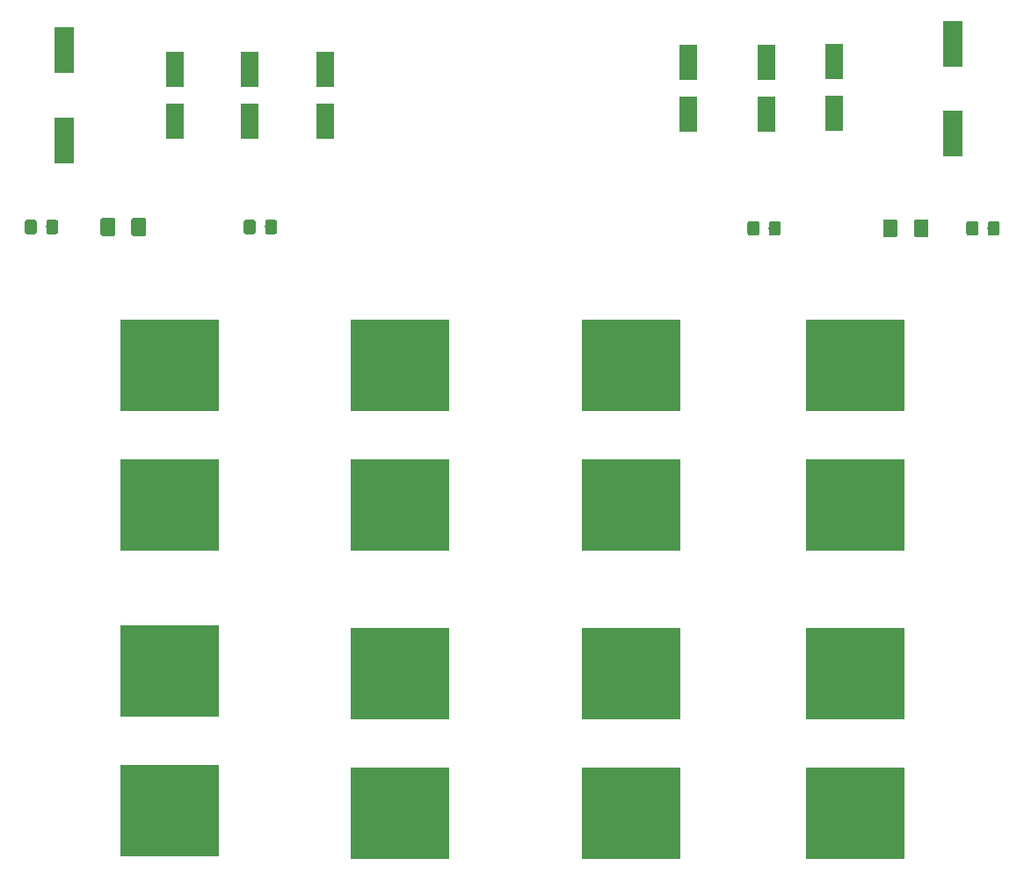
<source format=gbr>
G04 #@! TF.GenerationSoftware,KiCad,Pcbnew,(5.0.0-3-g5ebb6b6)*
G04 #@! TF.CreationDate,2019-02-06T10:52:08+00:00*
G04 #@! TF.ProjectId,AdjustablePSU,41646A75737461626C655053552E6B69,rev?*
G04 #@! TF.SameCoordinates,Original*
G04 #@! TF.FileFunction,Paste,Top*
G04 #@! TF.FilePolarity,Positive*
%FSLAX46Y46*%
G04 Gerber Fmt 4.6, Leading zero omitted, Abs format (unit mm)*
G04 Created by KiCad (PCBNEW (5.0.0-3-g5ebb6b6)) date Wednesday, 06 February 2019 at 10:52:08*
%MOMM*%
%LPD*%
G01*
G04 APERTURE LIST*
%ADD10C,0.100000*%
%ADD11C,1.150000*%
%ADD12R,9.600000X8.800000*%
%ADD13C,1.425000*%
%ADD14R,1.800000X3.500000*%
%ADD15R,1.900000X4.400000*%
G04 APERTURE END LIST*
D10*
G04 #@! TO.C,C_NEG1*
G36*
X125707505Y-89471204D02*
X125731773Y-89474804D01*
X125755572Y-89480765D01*
X125778671Y-89489030D01*
X125800850Y-89499520D01*
X125821893Y-89512132D01*
X125841599Y-89526747D01*
X125859777Y-89543223D01*
X125876253Y-89561401D01*
X125890868Y-89581107D01*
X125903480Y-89602150D01*
X125913970Y-89624329D01*
X125922235Y-89647428D01*
X125928196Y-89671227D01*
X125931796Y-89695495D01*
X125933000Y-89719999D01*
X125933000Y-90620001D01*
X125931796Y-90644505D01*
X125928196Y-90668773D01*
X125922235Y-90692572D01*
X125913970Y-90715671D01*
X125903480Y-90737850D01*
X125890868Y-90758893D01*
X125876253Y-90778599D01*
X125859777Y-90796777D01*
X125841599Y-90813253D01*
X125821893Y-90827868D01*
X125800850Y-90840480D01*
X125778671Y-90850970D01*
X125755572Y-90859235D01*
X125731773Y-90865196D01*
X125707505Y-90868796D01*
X125683001Y-90870000D01*
X125032999Y-90870000D01*
X125008495Y-90868796D01*
X124984227Y-90865196D01*
X124960428Y-90859235D01*
X124937329Y-90850970D01*
X124915150Y-90840480D01*
X124894107Y-90827868D01*
X124874401Y-90813253D01*
X124856223Y-90796777D01*
X124839747Y-90778599D01*
X124825132Y-90758893D01*
X124812520Y-90737850D01*
X124802030Y-90715671D01*
X124793765Y-90692572D01*
X124787804Y-90668773D01*
X124784204Y-90644505D01*
X124783000Y-90620001D01*
X124783000Y-89719999D01*
X124784204Y-89695495D01*
X124787804Y-89671227D01*
X124793765Y-89647428D01*
X124802030Y-89624329D01*
X124812520Y-89602150D01*
X124825132Y-89581107D01*
X124839747Y-89561401D01*
X124856223Y-89543223D01*
X124874401Y-89526747D01*
X124894107Y-89512132D01*
X124915150Y-89499520D01*
X124937329Y-89489030D01*
X124960428Y-89480765D01*
X124984227Y-89474804D01*
X125008495Y-89471204D01*
X125032999Y-89470000D01*
X125683001Y-89470000D01*
X125707505Y-89471204D01*
X125707505Y-89471204D01*
G37*
D11*
X125358000Y-90170000D03*
D10*
G36*
X123657505Y-89471204D02*
X123681773Y-89474804D01*
X123705572Y-89480765D01*
X123728671Y-89489030D01*
X123750850Y-89499520D01*
X123771893Y-89512132D01*
X123791599Y-89526747D01*
X123809777Y-89543223D01*
X123826253Y-89561401D01*
X123840868Y-89581107D01*
X123853480Y-89602150D01*
X123863970Y-89624329D01*
X123872235Y-89647428D01*
X123878196Y-89671227D01*
X123881796Y-89695495D01*
X123883000Y-89719999D01*
X123883000Y-90620001D01*
X123881796Y-90644505D01*
X123878196Y-90668773D01*
X123872235Y-90692572D01*
X123863970Y-90715671D01*
X123853480Y-90737850D01*
X123840868Y-90758893D01*
X123826253Y-90778599D01*
X123809777Y-90796777D01*
X123791599Y-90813253D01*
X123771893Y-90827868D01*
X123750850Y-90840480D01*
X123728671Y-90850970D01*
X123705572Y-90859235D01*
X123681773Y-90865196D01*
X123657505Y-90868796D01*
X123633001Y-90870000D01*
X122982999Y-90870000D01*
X122958495Y-90868796D01*
X122934227Y-90865196D01*
X122910428Y-90859235D01*
X122887329Y-90850970D01*
X122865150Y-90840480D01*
X122844107Y-90827868D01*
X122824401Y-90813253D01*
X122806223Y-90796777D01*
X122789747Y-90778599D01*
X122775132Y-90758893D01*
X122762520Y-90737850D01*
X122752030Y-90715671D01*
X122743765Y-90692572D01*
X122737804Y-90668773D01*
X122734204Y-90644505D01*
X122733000Y-90620001D01*
X122733000Y-89719999D01*
X122734204Y-89695495D01*
X122737804Y-89671227D01*
X122743765Y-89647428D01*
X122752030Y-89624329D01*
X122762520Y-89602150D01*
X122775132Y-89581107D01*
X122789747Y-89561401D01*
X122806223Y-89543223D01*
X122824401Y-89526747D01*
X122844107Y-89512132D01*
X122865150Y-89499520D01*
X122887329Y-89489030D01*
X122910428Y-89480765D01*
X122934227Y-89474804D01*
X122958495Y-89471204D01*
X122982999Y-89470000D01*
X123633001Y-89470000D01*
X123657505Y-89471204D01*
X123657505Y-89471204D01*
G37*
D11*
X123308000Y-90170000D03*
G04 #@! TD*
D12*
G04 #@! TO.C,C_NEG2*
X137795000Y-103486000D03*
X137795000Y-116986000D03*
G04 #@! TD*
G04 #@! TO.C,C_NEG3*
X115570000Y-116986000D03*
X115570000Y-103486000D03*
G04 #@! TD*
G04 #@! TO.C,C_NEG4*
X115570000Y-146450000D03*
X115570000Y-132950000D03*
G04 #@! TD*
G04 #@! TO.C,C_NEG5*
X137795000Y-133204000D03*
X137795000Y-146704000D03*
G04 #@! TD*
D10*
G04 #@! TO.C,C_POS1*
G36*
X174221505Y-89598204D02*
X174245773Y-89601804D01*
X174269572Y-89607765D01*
X174292671Y-89616030D01*
X174314850Y-89626520D01*
X174335893Y-89639132D01*
X174355599Y-89653747D01*
X174373777Y-89670223D01*
X174390253Y-89688401D01*
X174404868Y-89708107D01*
X174417480Y-89729150D01*
X174427970Y-89751329D01*
X174436235Y-89774428D01*
X174442196Y-89798227D01*
X174445796Y-89822495D01*
X174447000Y-89846999D01*
X174447000Y-90747001D01*
X174445796Y-90771505D01*
X174442196Y-90795773D01*
X174436235Y-90819572D01*
X174427970Y-90842671D01*
X174417480Y-90864850D01*
X174404868Y-90885893D01*
X174390253Y-90905599D01*
X174373777Y-90923777D01*
X174355599Y-90940253D01*
X174335893Y-90954868D01*
X174314850Y-90967480D01*
X174292671Y-90977970D01*
X174269572Y-90986235D01*
X174245773Y-90992196D01*
X174221505Y-90995796D01*
X174197001Y-90997000D01*
X173546999Y-90997000D01*
X173522495Y-90995796D01*
X173498227Y-90992196D01*
X173474428Y-90986235D01*
X173451329Y-90977970D01*
X173429150Y-90967480D01*
X173408107Y-90954868D01*
X173388401Y-90940253D01*
X173370223Y-90923777D01*
X173353747Y-90905599D01*
X173339132Y-90885893D01*
X173326520Y-90864850D01*
X173316030Y-90842671D01*
X173307765Y-90819572D01*
X173301804Y-90795773D01*
X173298204Y-90771505D01*
X173297000Y-90747001D01*
X173297000Y-89846999D01*
X173298204Y-89822495D01*
X173301804Y-89798227D01*
X173307765Y-89774428D01*
X173316030Y-89751329D01*
X173326520Y-89729150D01*
X173339132Y-89708107D01*
X173353747Y-89688401D01*
X173370223Y-89670223D01*
X173388401Y-89653747D01*
X173408107Y-89639132D01*
X173429150Y-89626520D01*
X173451329Y-89616030D01*
X173474428Y-89607765D01*
X173498227Y-89601804D01*
X173522495Y-89598204D01*
X173546999Y-89597000D01*
X174197001Y-89597000D01*
X174221505Y-89598204D01*
X174221505Y-89598204D01*
G37*
D11*
X173872000Y-90297000D03*
D10*
G36*
X172171505Y-89598204D02*
X172195773Y-89601804D01*
X172219572Y-89607765D01*
X172242671Y-89616030D01*
X172264850Y-89626520D01*
X172285893Y-89639132D01*
X172305599Y-89653747D01*
X172323777Y-89670223D01*
X172340253Y-89688401D01*
X172354868Y-89708107D01*
X172367480Y-89729150D01*
X172377970Y-89751329D01*
X172386235Y-89774428D01*
X172392196Y-89798227D01*
X172395796Y-89822495D01*
X172397000Y-89846999D01*
X172397000Y-90747001D01*
X172395796Y-90771505D01*
X172392196Y-90795773D01*
X172386235Y-90819572D01*
X172377970Y-90842671D01*
X172367480Y-90864850D01*
X172354868Y-90885893D01*
X172340253Y-90905599D01*
X172323777Y-90923777D01*
X172305599Y-90940253D01*
X172285893Y-90954868D01*
X172264850Y-90967480D01*
X172242671Y-90977970D01*
X172219572Y-90986235D01*
X172195773Y-90992196D01*
X172171505Y-90995796D01*
X172147001Y-90997000D01*
X171496999Y-90997000D01*
X171472495Y-90995796D01*
X171448227Y-90992196D01*
X171424428Y-90986235D01*
X171401329Y-90977970D01*
X171379150Y-90967480D01*
X171358107Y-90954868D01*
X171338401Y-90940253D01*
X171320223Y-90923777D01*
X171303747Y-90905599D01*
X171289132Y-90885893D01*
X171276520Y-90864850D01*
X171266030Y-90842671D01*
X171257765Y-90819572D01*
X171251804Y-90795773D01*
X171248204Y-90771505D01*
X171247000Y-90747001D01*
X171247000Y-89846999D01*
X171248204Y-89822495D01*
X171251804Y-89798227D01*
X171257765Y-89774428D01*
X171266030Y-89751329D01*
X171276520Y-89729150D01*
X171289132Y-89708107D01*
X171303747Y-89688401D01*
X171320223Y-89670223D01*
X171338401Y-89653747D01*
X171358107Y-89639132D01*
X171379150Y-89626520D01*
X171401329Y-89616030D01*
X171424428Y-89607765D01*
X171448227Y-89601804D01*
X171472495Y-89598204D01*
X171496999Y-89597000D01*
X172147001Y-89597000D01*
X172171505Y-89598204D01*
X172171505Y-89598204D01*
G37*
D11*
X171822000Y-90297000D03*
G04 #@! TD*
D12*
G04 #@! TO.C,C_POS2*
X160020000Y-146704000D03*
X160020000Y-133204000D03*
G04 #@! TD*
G04 #@! TO.C,C_POS3*
X160020000Y-116986000D03*
X160020000Y-103486000D03*
G04 #@! TD*
G04 #@! TO.C,C_POS4*
X181610000Y-146704000D03*
X181610000Y-133204000D03*
G04 #@! TD*
G04 #@! TO.C,C_POS5*
X181610000Y-116986000D03*
X181610000Y-103486000D03*
G04 #@! TD*
D10*
G04 #@! TO.C,D_NEG4*
G36*
X110124504Y-89296204D02*
X110148773Y-89299804D01*
X110172571Y-89305765D01*
X110195671Y-89314030D01*
X110217849Y-89324520D01*
X110238893Y-89337133D01*
X110258598Y-89351747D01*
X110276777Y-89368223D01*
X110293253Y-89386402D01*
X110307867Y-89406107D01*
X110320480Y-89427151D01*
X110330970Y-89449329D01*
X110339235Y-89472429D01*
X110345196Y-89496227D01*
X110348796Y-89520496D01*
X110350000Y-89545000D01*
X110350000Y-90795000D01*
X110348796Y-90819504D01*
X110345196Y-90843773D01*
X110339235Y-90867571D01*
X110330970Y-90890671D01*
X110320480Y-90912849D01*
X110307867Y-90933893D01*
X110293253Y-90953598D01*
X110276777Y-90971777D01*
X110258598Y-90988253D01*
X110238893Y-91002867D01*
X110217849Y-91015480D01*
X110195671Y-91025970D01*
X110172571Y-91034235D01*
X110148773Y-91040196D01*
X110124504Y-91043796D01*
X110100000Y-91045000D01*
X109175000Y-91045000D01*
X109150496Y-91043796D01*
X109126227Y-91040196D01*
X109102429Y-91034235D01*
X109079329Y-91025970D01*
X109057151Y-91015480D01*
X109036107Y-91002867D01*
X109016402Y-90988253D01*
X108998223Y-90971777D01*
X108981747Y-90953598D01*
X108967133Y-90933893D01*
X108954520Y-90912849D01*
X108944030Y-90890671D01*
X108935765Y-90867571D01*
X108929804Y-90843773D01*
X108926204Y-90819504D01*
X108925000Y-90795000D01*
X108925000Y-89545000D01*
X108926204Y-89520496D01*
X108929804Y-89496227D01*
X108935765Y-89472429D01*
X108944030Y-89449329D01*
X108954520Y-89427151D01*
X108967133Y-89406107D01*
X108981747Y-89386402D01*
X108998223Y-89368223D01*
X109016402Y-89351747D01*
X109036107Y-89337133D01*
X109057151Y-89324520D01*
X109079329Y-89314030D01*
X109102429Y-89305765D01*
X109126227Y-89299804D01*
X109150496Y-89296204D01*
X109175000Y-89295000D01*
X110100000Y-89295000D01*
X110124504Y-89296204D01*
X110124504Y-89296204D01*
G37*
D13*
X109637500Y-90170000D03*
D10*
G36*
X113099504Y-89296204D02*
X113123773Y-89299804D01*
X113147571Y-89305765D01*
X113170671Y-89314030D01*
X113192849Y-89324520D01*
X113213893Y-89337133D01*
X113233598Y-89351747D01*
X113251777Y-89368223D01*
X113268253Y-89386402D01*
X113282867Y-89406107D01*
X113295480Y-89427151D01*
X113305970Y-89449329D01*
X113314235Y-89472429D01*
X113320196Y-89496227D01*
X113323796Y-89520496D01*
X113325000Y-89545000D01*
X113325000Y-90795000D01*
X113323796Y-90819504D01*
X113320196Y-90843773D01*
X113314235Y-90867571D01*
X113305970Y-90890671D01*
X113295480Y-90912849D01*
X113282867Y-90933893D01*
X113268253Y-90953598D01*
X113251777Y-90971777D01*
X113233598Y-90988253D01*
X113213893Y-91002867D01*
X113192849Y-91015480D01*
X113170671Y-91025970D01*
X113147571Y-91034235D01*
X113123773Y-91040196D01*
X113099504Y-91043796D01*
X113075000Y-91045000D01*
X112150000Y-91045000D01*
X112125496Y-91043796D01*
X112101227Y-91040196D01*
X112077429Y-91034235D01*
X112054329Y-91025970D01*
X112032151Y-91015480D01*
X112011107Y-91002867D01*
X111991402Y-90988253D01*
X111973223Y-90971777D01*
X111956747Y-90953598D01*
X111942133Y-90933893D01*
X111929520Y-90912849D01*
X111919030Y-90890671D01*
X111910765Y-90867571D01*
X111904804Y-90843773D01*
X111901204Y-90819504D01*
X111900000Y-90795000D01*
X111900000Y-89545000D01*
X111901204Y-89520496D01*
X111904804Y-89496227D01*
X111910765Y-89472429D01*
X111919030Y-89449329D01*
X111929520Y-89427151D01*
X111942133Y-89406107D01*
X111956747Y-89386402D01*
X111973223Y-89368223D01*
X111991402Y-89351747D01*
X112011107Y-89337133D01*
X112032151Y-89324520D01*
X112054329Y-89314030D01*
X112077429Y-89305765D01*
X112101227Y-89299804D01*
X112125496Y-89296204D01*
X112150000Y-89295000D01*
X113075000Y-89295000D01*
X113099504Y-89296204D01*
X113099504Y-89296204D01*
G37*
D13*
X112612500Y-90170000D03*
G04 #@! TD*
D10*
G04 #@! TO.C,D_POS4*
G36*
X188474004Y-89423204D02*
X188498273Y-89426804D01*
X188522071Y-89432765D01*
X188545171Y-89441030D01*
X188567349Y-89451520D01*
X188588393Y-89464133D01*
X188608098Y-89478747D01*
X188626277Y-89495223D01*
X188642753Y-89513402D01*
X188657367Y-89533107D01*
X188669980Y-89554151D01*
X188680470Y-89576329D01*
X188688735Y-89599429D01*
X188694696Y-89623227D01*
X188698296Y-89647496D01*
X188699500Y-89672000D01*
X188699500Y-90922000D01*
X188698296Y-90946504D01*
X188694696Y-90970773D01*
X188688735Y-90994571D01*
X188680470Y-91017671D01*
X188669980Y-91039849D01*
X188657367Y-91060893D01*
X188642753Y-91080598D01*
X188626277Y-91098777D01*
X188608098Y-91115253D01*
X188588393Y-91129867D01*
X188567349Y-91142480D01*
X188545171Y-91152970D01*
X188522071Y-91161235D01*
X188498273Y-91167196D01*
X188474004Y-91170796D01*
X188449500Y-91172000D01*
X187524500Y-91172000D01*
X187499996Y-91170796D01*
X187475727Y-91167196D01*
X187451929Y-91161235D01*
X187428829Y-91152970D01*
X187406651Y-91142480D01*
X187385607Y-91129867D01*
X187365902Y-91115253D01*
X187347723Y-91098777D01*
X187331247Y-91080598D01*
X187316633Y-91060893D01*
X187304020Y-91039849D01*
X187293530Y-91017671D01*
X187285265Y-90994571D01*
X187279304Y-90970773D01*
X187275704Y-90946504D01*
X187274500Y-90922000D01*
X187274500Y-89672000D01*
X187275704Y-89647496D01*
X187279304Y-89623227D01*
X187285265Y-89599429D01*
X187293530Y-89576329D01*
X187304020Y-89554151D01*
X187316633Y-89533107D01*
X187331247Y-89513402D01*
X187347723Y-89495223D01*
X187365902Y-89478747D01*
X187385607Y-89464133D01*
X187406651Y-89451520D01*
X187428829Y-89441030D01*
X187451929Y-89432765D01*
X187475727Y-89426804D01*
X187499996Y-89423204D01*
X187524500Y-89422000D01*
X188449500Y-89422000D01*
X188474004Y-89423204D01*
X188474004Y-89423204D01*
G37*
D13*
X187987000Y-90297000D03*
D10*
G36*
X185499004Y-89423204D02*
X185523273Y-89426804D01*
X185547071Y-89432765D01*
X185570171Y-89441030D01*
X185592349Y-89451520D01*
X185613393Y-89464133D01*
X185633098Y-89478747D01*
X185651277Y-89495223D01*
X185667753Y-89513402D01*
X185682367Y-89533107D01*
X185694980Y-89554151D01*
X185705470Y-89576329D01*
X185713735Y-89599429D01*
X185719696Y-89623227D01*
X185723296Y-89647496D01*
X185724500Y-89672000D01*
X185724500Y-90922000D01*
X185723296Y-90946504D01*
X185719696Y-90970773D01*
X185713735Y-90994571D01*
X185705470Y-91017671D01*
X185694980Y-91039849D01*
X185682367Y-91060893D01*
X185667753Y-91080598D01*
X185651277Y-91098777D01*
X185633098Y-91115253D01*
X185613393Y-91129867D01*
X185592349Y-91142480D01*
X185570171Y-91152970D01*
X185547071Y-91161235D01*
X185523273Y-91167196D01*
X185499004Y-91170796D01*
X185474500Y-91172000D01*
X184549500Y-91172000D01*
X184524996Y-91170796D01*
X184500727Y-91167196D01*
X184476929Y-91161235D01*
X184453829Y-91152970D01*
X184431651Y-91142480D01*
X184410607Y-91129867D01*
X184390902Y-91115253D01*
X184372723Y-91098777D01*
X184356247Y-91080598D01*
X184341633Y-91060893D01*
X184329020Y-91039849D01*
X184318530Y-91017671D01*
X184310265Y-90994571D01*
X184304304Y-90970773D01*
X184300704Y-90946504D01*
X184299500Y-90922000D01*
X184299500Y-89672000D01*
X184300704Y-89647496D01*
X184304304Y-89623227D01*
X184310265Y-89599429D01*
X184318530Y-89576329D01*
X184329020Y-89554151D01*
X184341633Y-89533107D01*
X184356247Y-89513402D01*
X184372723Y-89495223D01*
X184390902Y-89478747D01*
X184410607Y-89464133D01*
X184431651Y-89451520D01*
X184453829Y-89441030D01*
X184476929Y-89432765D01*
X184500727Y-89426804D01*
X184524996Y-89423204D01*
X184549500Y-89422000D01*
X185474500Y-89422000D01*
X185499004Y-89423204D01*
X185499004Y-89423204D01*
G37*
D13*
X185012000Y-90297000D03*
G04 #@! TD*
D10*
G04 #@! TO.C,R_NEG1*
G36*
X102575505Y-89471204D02*
X102599773Y-89474804D01*
X102623572Y-89480765D01*
X102646671Y-89489030D01*
X102668850Y-89499520D01*
X102689893Y-89512132D01*
X102709599Y-89526747D01*
X102727777Y-89543223D01*
X102744253Y-89561401D01*
X102758868Y-89581107D01*
X102771480Y-89602150D01*
X102781970Y-89624329D01*
X102790235Y-89647428D01*
X102796196Y-89671227D01*
X102799796Y-89695495D01*
X102801000Y-89719999D01*
X102801000Y-90620001D01*
X102799796Y-90644505D01*
X102796196Y-90668773D01*
X102790235Y-90692572D01*
X102781970Y-90715671D01*
X102771480Y-90737850D01*
X102758868Y-90758893D01*
X102744253Y-90778599D01*
X102727777Y-90796777D01*
X102709599Y-90813253D01*
X102689893Y-90827868D01*
X102668850Y-90840480D01*
X102646671Y-90850970D01*
X102623572Y-90859235D01*
X102599773Y-90865196D01*
X102575505Y-90868796D01*
X102551001Y-90870000D01*
X101900999Y-90870000D01*
X101876495Y-90868796D01*
X101852227Y-90865196D01*
X101828428Y-90859235D01*
X101805329Y-90850970D01*
X101783150Y-90840480D01*
X101762107Y-90827868D01*
X101742401Y-90813253D01*
X101724223Y-90796777D01*
X101707747Y-90778599D01*
X101693132Y-90758893D01*
X101680520Y-90737850D01*
X101670030Y-90715671D01*
X101661765Y-90692572D01*
X101655804Y-90668773D01*
X101652204Y-90644505D01*
X101651000Y-90620001D01*
X101651000Y-89719999D01*
X101652204Y-89695495D01*
X101655804Y-89671227D01*
X101661765Y-89647428D01*
X101670030Y-89624329D01*
X101680520Y-89602150D01*
X101693132Y-89581107D01*
X101707747Y-89561401D01*
X101724223Y-89543223D01*
X101742401Y-89526747D01*
X101762107Y-89512132D01*
X101783150Y-89499520D01*
X101805329Y-89489030D01*
X101828428Y-89480765D01*
X101852227Y-89474804D01*
X101876495Y-89471204D01*
X101900999Y-89470000D01*
X102551001Y-89470000D01*
X102575505Y-89471204D01*
X102575505Y-89471204D01*
G37*
D11*
X102226000Y-90170000D03*
D10*
G36*
X104625505Y-89471204D02*
X104649773Y-89474804D01*
X104673572Y-89480765D01*
X104696671Y-89489030D01*
X104718850Y-89499520D01*
X104739893Y-89512132D01*
X104759599Y-89526747D01*
X104777777Y-89543223D01*
X104794253Y-89561401D01*
X104808868Y-89581107D01*
X104821480Y-89602150D01*
X104831970Y-89624329D01*
X104840235Y-89647428D01*
X104846196Y-89671227D01*
X104849796Y-89695495D01*
X104851000Y-89719999D01*
X104851000Y-90620001D01*
X104849796Y-90644505D01*
X104846196Y-90668773D01*
X104840235Y-90692572D01*
X104831970Y-90715671D01*
X104821480Y-90737850D01*
X104808868Y-90758893D01*
X104794253Y-90778599D01*
X104777777Y-90796777D01*
X104759599Y-90813253D01*
X104739893Y-90827868D01*
X104718850Y-90840480D01*
X104696671Y-90850970D01*
X104673572Y-90859235D01*
X104649773Y-90865196D01*
X104625505Y-90868796D01*
X104601001Y-90870000D01*
X103950999Y-90870000D01*
X103926495Y-90868796D01*
X103902227Y-90865196D01*
X103878428Y-90859235D01*
X103855329Y-90850970D01*
X103833150Y-90840480D01*
X103812107Y-90827868D01*
X103792401Y-90813253D01*
X103774223Y-90796777D01*
X103757747Y-90778599D01*
X103743132Y-90758893D01*
X103730520Y-90737850D01*
X103720030Y-90715671D01*
X103711765Y-90692572D01*
X103705804Y-90668773D01*
X103702204Y-90644505D01*
X103701000Y-90620001D01*
X103701000Y-89719999D01*
X103702204Y-89695495D01*
X103705804Y-89671227D01*
X103711765Y-89647428D01*
X103720030Y-89624329D01*
X103730520Y-89602150D01*
X103743132Y-89581107D01*
X103757747Y-89561401D01*
X103774223Y-89543223D01*
X103792401Y-89526747D01*
X103812107Y-89512132D01*
X103833150Y-89499520D01*
X103855329Y-89489030D01*
X103878428Y-89480765D01*
X103902227Y-89474804D01*
X103926495Y-89471204D01*
X103950999Y-89470000D01*
X104601001Y-89470000D01*
X104625505Y-89471204D01*
X104625505Y-89471204D01*
G37*
D11*
X104276000Y-90170000D03*
G04 #@! TD*
D10*
G04 #@! TO.C,R_POS1*
G36*
X193253505Y-89598204D02*
X193277773Y-89601804D01*
X193301572Y-89607765D01*
X193324671Y-89616030D01*
X193346850Y-89626520D01*
X193367893Y-89639132D01*
X193387599Y-89653747D01*
X193405777Y-89670223D01*
X193422253Y-89688401D01*
X193436868Y-89708107D01*
X193449480Y-89729150D01*
X193459970Y-89751329D01*
X193468235Y-89774428D01*
X193474196Y-89798227D01*
X193477796Y-89822495D01*
X193479000Y-89846999D01*
X193479000Y-90747001D01*
X193477796Y-90771505D01*
X193474196Y-90795773D01*
X193468235Y-90819572D01*
X193459970Y-90842671D01*
X193449480Y-90864850D01*
X193436868Y-90885893D01*
X193422253Y-90905599D01*
X193405777Y-90923777D01*
X193387599Y-90940253D01*
X193367893Y-90954868D01*
X193346850Y-90967480D01*
X193324671Y-90977970D01*
X193301572Y-90986235D01*
X193277773Y-90992196D01*
X193253505Y-90995796D01*
X193229001Y-90997000D01*
X192578999Y-90997000D01*
X192554495Y-90995796D01*
X192530227Y-90992196D01*
X192506428Y-90986235D01*
X192483329Y-90977970D01*
X192461150Y-90967480D01*
X192440107Y-90954868D01*
X192420401Y-90940253D01*
X192402223Y-90923777D01*
X192385747Y-90905599D01*
X192371132Y-90885893D01*
X192358520Y-90864850D01*
X192348030Y-90842671D01*
X192339765Y-90819572D01*
X192333804Y-90795773D01*
X192330204Y-90771505D01*
X192329000Y-90747001D01*
X192329000Y-89846999D01*
X192330204Y-89822495D01*
X192333804Y-89798227D01*
X192339765Y-89774428D01*
X192348030Y-89751329D01*
X192358520Y-89729150D01*
X192371132Y-89708107D01*
X192385747Y-89688401D01*
X192402223Y-89670223D01*
X192420401Y-89653747D01*
X192440107Y-89639132D01*
X192461150Y-89626520D01*
X192483329Y-89616030D01*
X192506428Y-89607765D01*
X192530227Y-89601804D01*
X192554495Y-89598204D01*
X192578999Y-89597000D01*
X193229001Y-89597000D01*
X193253505Y-89598204D01*
X193253505Y-89598204D01*
G37*
D11*
X192904000Y-90297000D03*
D10*
G36*
X195303505Y-89598204D02*
X195327773Y-89601804D01*
X195351572Y-89607765D01*
X195374671Y-89616030D01*
X195396850Y-89626520D01*
X195417893Y-89639132D01*
X195437599Y-89653747D01*
X195455777Y-89670223D01*
X195472253Y-89688401D01*
X195486868Y-89708107D01*
X195499480Y-89729150D01*
X195509970Y-89751329D01*
X195518235Y-89774428D01*
X195524196Y-89798227D01*
X195527796Y-89822495D01*
X195529000Y-89846999D01*
X195529000Y-90747001D01*
X195527796Y-90771505D01*
X195524196Y-90795773D01*
X195518235Y-90819572D01*
X195509970Y-90842671D01*
X195499480Y-90864850D01*
X195486868Y-90885893D01*
X195472253Y-90905599D01*
X195455777Y-90923777D01*
X195437599Y-90940253D01*
X195417893Y-90954868D01*
X195396850Y-90967480D01*
X195374671Y-90977970D01*
X195351572Y-90986235D01*
X195327773Y-90992196D01*
X195303505Y-90995796D01*
X195279001Y-90997000D01*
X194628999Y-90997000D01*
X194604495Y-90995796D01*
X194580227Y-90992196D01*
X194556428Y-90986235D01*
X194533329Y-90977970D01*
X194511150Y-90967480D01*
X194490107Y-90954868D01*
X194470401Y-90940253D01*
X194452223Y-90923777D01*
X194435747Y-90905599D01*
X194421132Y-90885893D01*
X194408520Y-90864850D01*
X194398030Y-90842671D01*
X194389765Y-90819572D01*
X194383804Y-90795773D01*
X194380204Y-90771505D01*
X194379000Y-90747001D01*
X194379000Y-89846999D01*
X194380204Y-89822495D01*
X194383804Y-89798227D01*
X194389765Y-89774428D01*
X194398030Y-89751329D01*
X194408520Y-89729150D01*
X194421132Y-89708107D01*
X194435747Y-89688401D01*
X194452223Y-89670223D01*
X194470401Y-89653747D01*
X194490107Y-89639132D01*
X194511150Y-89626520D01*
X194533329Y-89616030D01*
X194556428Y-89607765D01*
X194580227Y-89601804D01*
X194604495Y-89598204D01*
X194628999Y-89597000D01*
X195279001Y-89597000D01*
X195303505Y-89598204D01*
X195303505Y-89598204D01*
G37*
D11*
X194954000Y-90297000D03*
G04 #@! TD*
D14*
G04 #@! TO.C,D_NEG1*
X130556000Y-79970000D03*
X130556000Y-74970000D03*
G04 #@! TD*
G04 #@! TO.C,D_NEG2*
X123291600Y-79970000D03*
X123291600Y-74970000D03*
G04 #@! TD*
G04 #@! TO.C,D_NEG3*
X116078000Y-74970000D03*
X116078000Y-79970000D03*
G04 #@! TD*
G04 #@! TO.C,D_POS1*
X165557200Y-79335000D03*
X165557200Y-74335000D03*
G04 #@! TD*
G04 #@! TO.C,D_POS2*
X173075600Y-79258800D03*
X173075600Y-74258800D03*
G04 #@! TD*
G04 #@! TO.C,D_POS3*
X179578000Y-74208000D03*
X179578000Y-79208000D03*
G04 #@! TD*
D15*
G04 #@! TO.C,C_NEG6*
X105410000Y-81820000D03*
X105410000Y-73120000D03*
G04 #@! TD*
G04 #@! TO.C,C_POS6*
X191008000Y-81185000D03*
X191008000Y-72485000D03*
G04 #@! TD*
M02*

</source>
